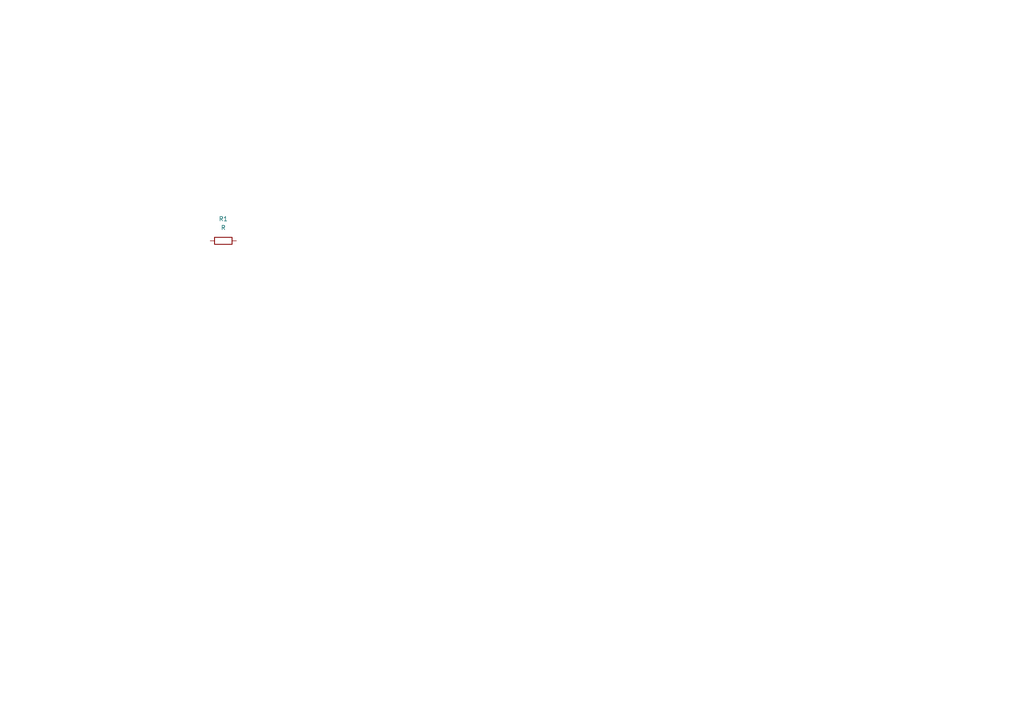
<source format=kicad_sch>
(kicad_sch (version 20231120) (generator "eeschema") (generator_version "8.0")
  (paper "A4")
  (title_block (title "Power_Supply") (rev "1.0") (company "EMPRO"))
  (lib_symbols
    (symbol "Device:R" (pin_numbers hide) (pin_names (offset 0))
      (property "Reference" "R" (at 2.032 0 90))
      (property "Value" "R" (at 0 0 90))
      (symbol "R_0_1"
        (rectangle (start -1.016 -2.54) (end 1.016 2.54) (stroke (width 0.254)))
      )
      (symbol "R_1_1"
        (pin passive line (at 0 3.81 270) (length 1.27) (name "~") (number "1"))
        (pin passive line (at 0 -3.81 90) (length 1.27) (name "~") (number "2"))
      )
    )
  )
  (symbol (lib_id "Device:R") (at 64.77 69.85 90) (unit 1)
    (property "Reference" "R1" (at 64.77 63.5 90))
    (property "Value" "R" (at 64.77 66.04 90))
    (property "Description" "Resistor" (effects (hide yes)))
  )
)
</source>
